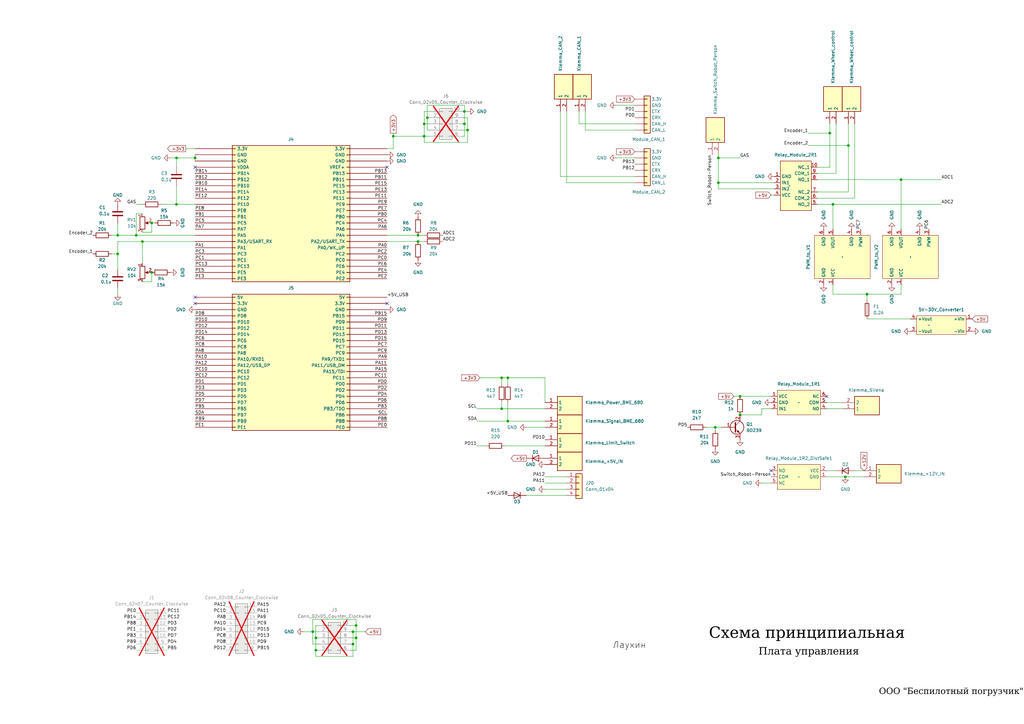
<source format=kicad_sch>
(kicad_sch (version 20250114) (generator "eeschema") (generator_version "9.0")
  (paper "A3")
  (rectangle (start 220.98 161.29) (end 220.98 161.29))
  (text "ООО \"Беспилотный погрузчик\"" (at 390.144 284.48 0) (effects (font (size 2.54 2.54))))
  (text "Плата управления" (at 331.724 268.224 0) (effects (font (size 3 3))))
  (text "Схема принципиальная" (at 330.962 261.112 0) (effects (font (size 4.572 4.572))))
  (text "Лаухин" (at 251.206 266.192 0) (effects (font (size 2.54 2.54)) (justify left bottom)))
  (junction (at 190.5 50.8))
  (junction (at 369.57 73.66))
  (junction (at 48.26 104.14))
  (junction (at 173.99 50.8))
  (junction (at 341.63 83.82))
  (junction (at 347.98 59.69))
  (junction (at 208.28 154.94))
  (junction (at 146.05 261.62))
  (junction (at 128.27 259.08))
  (junction (at 58.42 99.06))
  (junction (at 208.28 172.72))
  (junction (at 129.54 261.62))
  (junction (at 144.78 259.08))
  (junction (at 205.74 167.64))
  (junction (at 55.88 96.52))
  (junction (at 48.26 96.52))
  (junction (at 161.29 55.88))
  (junction (at 191.77 53.34))
  (junction (at 129.54 266.7))
  (junction (at 146.05 256.54))
  (junction (at 144.78 264.16))
  (junction (at 171.45 96.52))
  (junction (at 294.64 74.93))
  (junction (at 355.6 120.65))
  (junction (at 205.74 154.94))
  (junction (at 72.39 83.82))
  (junction (at 294.64 64.77))
  (junction (at 340.36 54.61))
  (junction (at 346.71 195.58))
  (junction (at 303.53 170.18))
  (junction (at 72.39 64.77))
  (junction (at 173.99 55.88))
  (junction (at 293.37 175.26))
  (junction (at 62.23 91.44))
  (junction (at 62.23 111.76))
  (junction (at 171.45 99.06))
  (junction (at 190.5 45.72))
  (junction (at 175.26 48.26))
  (junction (at 80.01 64.77))
  (junction (at 303.53 162.56))
  (no_connect (at 80.01 68.58))
  (no_connect (at 316.23 193.04))
  (no_connect (at 158.75 68.58))
  (no_connect (at 80.01 124.46))
  (no_connect (at 158.75 124.46))
  (no_connect (at 80.01 121.92))
  (no_connect (at 339.09 162.56))
  (wire (pts (xy 215.9 203.2) (xy 232.41 203.2)))
  (wire (pts (xy 347.98 78.74) (xy 335.28 78.74)))
  (wire (pts (xy 128.27 254) (xy 146.05 254)))
  (wire (pts (xy 48.26 91.44) (xy 48.26 96.52)))
  (wire (pts (xy 300.99 162.56) (xy 303.53 162.56)))
  (wire (pts (xy 223.52 195.58) (xy 232.41 195.58)))
  (wire (pts (xy 339.09 165.1) (xy 345.44 165.1)))
  (wire (pts (xy 171.45 96.52) (xy 173.99 96.52)))
  (wire (pts (xy 128.27 264.16) (xy 128.27 259.08)))
  (wire (pts (xy 252.73 43.18) (xy 260.35 43.18)))
  (wire (pts (xy 347.98 50.8) (xy 347.98 59.69)))
  (wire (pts (xy 191.77 53.34) (xy 191.77 48.26)))
  (wire (pts (xy 350.52 81.28) (xy 335.28 81.28)))
  (wire (pts (xy 189.23 48.26) (xy 191.77 48.26)))
  (wire (pts (xy 303.53 162.56) (xy 316.23 162.56)))
  (wire (pts (xy 175.26 48.26) (xy 175.26 53.34)))
  (wire (pts (xy 312.42 167.64) (xy 312.42 170.18)))
  (wire (pts (xy 173.99 55.88) (xy 173.99 58.42)))
  (wire (pts (xy 339.09 167.64) (xy 345.44 167.64)))
  (wire (pts (xy 161.29 60.96) (xy 158.75 60.96)))
  (wire (pts (xy 129.54 266.7) (xy 129.54 269.24)))
  (wire (pts (xy 346.71 195.58) (xy 339.09 195.58)))
  (wire (pts (xy 331.47 54.61) (xy 340.36 54.61)))
  (wire (pts (xy 340.36 50.8) (xy 340.36 54.61)))
  (wire (pts (xy 317.5 77.47) (xy 294.64 77.47)))
  (wire (pts (xy 58.42 99.06) (xy 80.01 99.06)))
  (wire (pts (xy 176.53 50.8) (xy 173.99 50.8)))
  (wire (pts (xy 294.64 64.77) (xy 303.53 64.77)))
  (wire (pts (xy 130.81 256.54) (xy 129.54 256.54)))
  (wire (pts (xy 369.57 73.66) (xy 386.08 73.66)))
  (wire (pts (xy 129.54 261.62) (xy 130.81 261.62)))
  (wire (pts (xy 342.9 50.8) (xy 342.9 71.12)))
  (wire (pts (xy 48.26 96.52) (xy 55.88 96.52)))
  (wire (pts (xy 369.57 120.65) (xy 369.57 116.84)))
  (wire (pts (xy 347.98 59.69) (xy 347.98 78.74)))
  (wire (pts (xy 129.54 266.7) (xy 129.54 261.62)))
  (wire (pts (xy 62.23 95.25) (xy 62.23 91.44)))
  (wire (pts (xy 146.05 261.62) (xy 143.51 261.62)))
  (wire (pts (xy 69.85 64.77) (xy 72.39 64.77)))
  (wire (pts (xy 205.74 154.94) (xy 205.74 157.48)))
  (wire (pts (xy 48.26 104.14) (xy 48.26 110.49)))
  (wire (pts (xy 205.74 154.94) (xy 208.28 154.94)))
  (wire (pts (xy 175.26 53.34) (xy 176.53 53.34)))
  (wire (pts (xy 48.26 99.06) (xy 58.42 99.06)))
  (wire (pts (xy 208.28 165.1) (xy 208.28 172.72)))
  (wire (pts (xy 208.28 154.94) (xy 208.28 157.48)))
  (wire (pts (xy 80.01 83.82) (xy 72.39 83.82)))
  (wire (pts (xy 229.87 72.39) (xy 260.35 72.39)))
  (wire (pts (xy 129.54 269.24) (xy 144.78 269.24)))
  (wire (pts (xy 339.09 193.04) (xy 342.9 193.04)))
  (wire (pts (xy 144.78 259.08) (xy 143.51 259.08)))
  (wire (pts (xy 189.23 53.34) (xy 191.77 53.34)))
  (wire (pts (xy 58.42 87.63) (xy 55.88 87.63)))
  (wire (pts (xy 189.23 50.8) (xy 190.5 50.8)))
  (wire (pts (xy 80.01 63.5) (xy 80.01 64.77)))
  (wire (pts (xy 144.78 269.24) (xy 144.78 264.16)))
  (wire (pts (xy 190.5 50.8) (xy 190.5 55.88)))
  (wire (pts (xy 190.5 55.88) (xy 189.23 55.88)))
  (wire (pts (xy 335.28 71.12) (xy 342.9 71.12)))
  (wire (pts (xy 237.49 45.72) (xy 237.49 50.8)))
  (wire (pts (xy 176.53 48.26) (xy 175.26 48.26)))
  (wire (pts (xy 223.52 198.12) (xy 232.41 198.12)))
  (wire (pts (xy 294.64 63.5) (xy 294.64 64.77)))
  (wire (pts (xy 331.47 59.69) (xy 347.98 59.69)))
  (wire (pts (xy 158.75 99.06) (xy 171.45 99.06)))
  (wire (pts (xy 144.78 264.16) (xy 144.78 259.08)))
  (wire (pts (xy 48.26 99.06) (xy 48.26 104.14)))
  (wire (pts (xy 143.51 264.16) (xy 144.78 264.16)))
  (wire (pts (xy 341.63 116.84) (xy 341.63 120.65)))
  (wire (pts (xy 191.77 58.42) (xy 191.77 53.34)))
  (wire (pts (xy 58.42 95.25) (xy 62.23 95.25)))
  (wire (pts (xy 229.87 45.72) (xy 229.87 72.39)))
  (wire (pts (xy 161.29 54.61) (xy 161.29 55.88)))
  (wire (pts (xy 128.27 259.08) (xy 130.81 259.08)))
  (wire (pts (xy 62.23 91.44) (xy 63.5 91.44)))
  (wire (pts (xy 173.99 45.72) (xy 173.99 50.8)))
  (wire (pts (xy 62.23 115.57) (xy 62.23 111.76)))
  (wire (pts (xy 252.73 64.77) (xy 260.35 64.77)))
  (wire (pts (xy 146.05 256.54) (xy 146.05 261.62)))
  (wire (pts (xy 124.46 259.08) (xy 128.27 259.08)))
  (wire (pts (xy 66.04 83.82) (xy 72.39 83.82)))
  (wire (pts (xy 369.57 73.66) (xy 335.28 73.66)))
  (wire (pts (xy 80.01 64.77) (xy 80.01 66.04)))
  (wire (pts (xy 190.5 45.72) (xy 190.5 50.8)))
  (wire (pts (xy 340.36 68.58) (xy 335.28 68.58)))
  (wire (pts (xy 294.64 64.77) (xy 294.64 74.93)))
  (wire (pts (xy 312.42 198.12) (xy 316.23 198.12)))
  (wire (pts (xy 316.23 80.01) (xy 317.5 80.01)))
  (wire (pts (xy 175.26 43.18) (xy 190.5 43.18)))
  (wire (pts (xy 176.53 45.72) (xy 173.99 45.72)))
  (wire (pts (xy 72.39 64.77) (xy 80.01 64.77)))
  (wire (pts (xy 207.01 182.88) (xy 223.52 182.88)))
  (wire (pts (xy 355.6 130.81) (xy 373.38 130.81)))
  (wire (pts (xy 129.54 256.54) (xy 129.54 261.62)))
  (wire (pts (xy 340.36 54.61) (xy 340.36 68.58)))
  (wire (pts (xy 171.45 99.06) (xy 173.99 99.06)))
  (wire (pts (xy 341.63 83.82) (xy 335.28 83.82)))
  (wire (pts (xy 55.88 83.82) (xy 58.42 83.82)))
  (wire (pts (xy 72.39 76.2) (xy 72.39 83.82)))
  (wire (pts (xy 196.85 154.94) (xy 205.74 154.94)))
  (wire (pts (xy 55.88 87.63) (xy 55.88 96.52)))
  (wire (pts (xy 237.49 50.8) (xy 260.35 50.8)))
  (wire (pts (xy 58.42 107.95) (xy 58.42 99.06)))
  (wire (pts (xy 293.37 176.53) (xy 293.37 175.26)))
  (wire (pts (xy 232.41 74.93) (xy 260.35 74.93)))
  (wire (pts (xy 146.05 254) (xy 146.05 256.54)))
  (wire (pts (xy 205.74 167.64) (xy 223.52 167.64)))
  (wire (pts (xy 175.26 48.26) (xy 175.26 43.18)))
  (wire (pts (xy 190.5 45.72) (xy 191.77 45.72)))
  (wire (pts (xy 195.58 172.72) (xy 208.28 172.72)))
  (wire (pts (xy 144.78 259.08) (xy 149.86 259.08)))
  (wire (pts (xy 48.26 118.11) (xy 48.26 120.65)))
  (wire (pts (xy 312.42 167.64) (xy 316.23 167.64)))
  (wire (pts (xy 146.05 266.7) (xy 146.05 261.62)))
  (wire (pts (xy 341.63 83.82) (xy 386.08 83.82)))
  (wire (pts (xy 130.81 264.16) (xy 128.27 264.16)))
  (wire (pts (xy 205.74 165.1) (xy 205.74 167.64)))
  (wire (pts (xy 158.75 96.52) (xy 171.45 96.52)))
  (wire (pts (xy 190.5 43.18) (xy 190.5 45.72)))
  (wire (pts (xy 355.6 120.65) (xy 369.57 120.65)))
  (wire (pts (xy 72.39 64.77) (xy 72.39 68.58)))
  (wire (pts (xy 55.88 96.52) (xy 80.01 96.52)))
  (wire (pts (xy 45.72 104.14) (xy 48.26 104.14)))
  (wire (pts (xy 346.71 195.58) (xy 354.33 195.58)))
  (wire (pts (xy 143.51 256.54) (xy 146.05 256.54)))
  (wire (pts (xy 143.51 266.7) (xy 146.05 266.7)))
  (wire (pts (xy 350.52 50.8) (xy 350.52 81.28)))
  (wire (pts (xy 195.58 182.88) (xy 199.39 182.88)))
  (wire (pts (xy 173.99 55.88) (xy 176.53 55.88)))
  (wire (pts (xy 208.28 172.72) (xy 223.52 172.72)))
  (wire (pts (xy 350.52 193.04) (xy 354.33 193.04)))
  (wire (pts (xy 355.6 120.65) (xy 355.6 123.19)))
  (wire (pts (xy 173.99 50.8) (xy 173.99 55.88)))
  (wire (pts (xy 189.23 45.72) (xy 190.5 45.72)))
  (wire (pts (xy 45.72 96.52) (xy 48.26 96.52)))
  (wire (pts (xy 195.58 167.64) (xy 205.74 167.64)))
  (wire (pts (xy 369.57 93.98) (xy 369.57 73.66)))
  (wire (pts (xy 240.03 45.72) (xy 240.03 53.34)))
  (wire (pts (xy 215.9 175.26) (xy 223.52 175.26)))
  (wire (pts (xy 341.63 120.65) (xy 355.6 120.65)))
  (wire (pts (xy 294.64 74.93) (xy 317.5 74.93)))
  (wire (pts (xy 173.99 58.42) (xy 191.77 58.42)))
  (wire (pts (xy 289.56 175.26) (xy 293.37 175.26)))
  (wire (pts (xy 294.64 74.93) (xy 294.64 77.47)))
  (wire (pts (xy 341.63 93.98) (xy 341.63 83.82)))
  (wire (pts (xy 128.27 259.08) (xy 128.27 254)))
  (wire (pts (xy 240.03 53.34) (xy 260.35 53.34)))
  (wire (pts (xy 76.2 60.96) (xy 80.01 60.96)))
  (wire (pts (xy 129.54 266.7) (xy 130.81 266.7)))
  (wire (pts (xy 293.37 175.26) (xy 295.91 175.26)))
  (wire (pts (xy 303.53 170.18) (xy 312.42 170.18)))
  (wire (pts (xy 161.29 55.88) (xy 161.29 60.96)))
  (wire (pts (xy 232.41 45.72) (xy 232.41 74.93)))
  (wire (pts (xy 161.29 55.88) (xy 173.99 55.88)))
  (wire (pts (xy 208.28 154.94) (xy 223.52 154.94)))
  (wire (pts (xy 58.42 115.57) (xy 62.23 115.57)))
  (wire (pts (xy 223.52 200.66) (xy 232.41 200.66)))
  (wire (pts (xy 223.52 154.94) (xy 223.52 165.1)))
  (label "PD7" (at 80.01 165.1 0))
  (label "PE6" (at 158.75 109.22 180))
  (label "PA8" (at 80.01 144.78 0))
  (label "PA9" (at 158.75 147.32 180))
  (label "PD10" (at 223.52 180.34 180))
  (label "PD3" (at 68.58 256.54 0))
  (label "PD2" (at 68.58 259.08 0))
  (label "PD1" (at 80.01 157.48 0))
  (label "PC9" (at 158.75 144.78 180))
  (label "PD8" (at 80.01 129.54 0))
  (label "PE5" (at 80.01 111.76 0))
  (label "PB12" (at 80.01 73.66 0))
  (label "PD5" (at 80.01 162.56 0))
  (label "+5V_USB" (at 208.28 203.2 180))
  (label "PC5" (at 80.01 91.44 0))
  (label "PA8" (at 92.71 254 180))
  (label "PB10" (at 80.01 76.2 0))
  (label "PA15" (at 158.75 152.4 180))
  (label "PB3" (at 55.88 261.62 180))
  (label "PC8" (at 92.71 261.62 180))
  (label "PC7" (at 158.75 142.24 180))
  (label "ADC2" (at 181.61 99.06 0))
  (label "PD15" (at 158.75 139.7 180))
  (label "PC10" (at 80.01 152.4 0))
  (label "ADC1" (at 181.61 96.52 0))
  (label "PC8" (at 80.01 142.24 0))
  (label "PE1" (at 55.88 259.08 180))
  (label "PB14" (at 55.88 254 180))
  (label "SDA" (at 195.58 172.72 180))
  (label "PD10" (at 80.01 132.08 0))
  (label "PE15" (at 158.75 76.2 180))
  (label "PC11" (at 68.58 251.46 0))
  (label "PB5" (at 80.01 167.64 0))
  (label "PB9" (at 55.88 264.16 180))
  (label "PB8" (at 55.88 256.54 180))
  (label "PA15" (at 105.41 248.92 0))
  (label "PD6" (at 158.75 165.1 180))
  (label "PD7" (at 68.58 261.62 0))
  (label "Encoder_1" (at 38.1 104.14 180))
  (label "PC12" (at 80.01 154.94 0))
  (label "PA9" (at 105.41 254 0))
  (label "PD15" (at 105.41 259.08 0))
  (label "PE12" (at 80.01 81.28 0))
  (label "PD3" (at 80.01 160.02 0))
  (label "ADC1" (at 386.08 73.66 0))
  (label "PB13" (at 158.75 71.12 180))
  (label "Switch_Robot-Person" (at 292.1 63.5 270))
  (label "PA12" (at 223.52 195.58 180))
  (label "PE11" (at 158.75 81.28 180))
  (label "PD0" (at 158.75 157.48 180))
  (label "Encoder_2" (at 38.1 96.52 180))
  (label "PD1" (at 260.35 45.72 180))
  (label "GAS" (at 55.88 83.82 180))
  (label "PE4" (at 158.75 111.76 180))
  (label "PD4" (at 158.75 162.56 180))
  (label "PD11" (at 158.75 134.62 180))
  (label "Encoder_2" (at 331.47 59.69 180))
  (label "PC13" (at 80.01 109.22 0))
  (label "PC6" (at 80.01 139.7 0))
  (label "PE0" (at 55.88 251.46 180))
  (label "PC0" (at 158.75 106.68 180))
  (label "PA10" (at 80.01 147.32 0))
  (label "PB14" (at 80.01 71.12 0))
  (label "PB12" (at 260.35 69.85 180))
  (label "PB1" (at 80.01 88.9 0))
  (label "PD8" (at 92.71 264.16 180))
  (label "PD12" (at 80.01 134.62 0))
  (label "PD0" (at 260.35 48.26 180))
  (label "PC3" (at 80.01 104.14 0))
  (label "PB15" (at 158.75 129.54 180))
  (label "PB0" (at 158.75 88.9 180))
  (label "PB5" (at 68.58 266.7 0))
  (label "PE1" (at 80.01 175.26 0))
  (label "PE2" (at 158.75 114.3 180))
  (label "ADC2" (at 386.08 83.82 0))
  (label "PD13" (at 158.75 137.16 180))
  (label "PD6" (at 55.88 266.7 180))
  (label "PD14" (at 80.01 137.16 0))
  (label "PB11" (at 158.75 73.66 180))
  (label "SCL" (at 195.58 167.64 180))
  (label "PD14" (at 92.71 259.08 180))
  (label "PA1" (at 80.01 101.6 0))
  (label "Switch_Robot-Person" (at 316.23 195.58 180))
  (label "PB8" (at 158.75 172.72 180))
  (label "PC10" (at 92.71 251.46 180))
  (label "PA12" (at 92.71 248.92 180))
  (label "PC11" (at 158.75 154.94 180))
  (label "PC1" (at 80.01 106.68 0))
  (label "PC12" (at 68.58 254 0))
  (label "PA11" (at 158.75 149.86 180))
  (label "PC2" (at 158.75 104.14 180))
  (label "PC7" (at 353.06 93.98 90))
  (label "PC4" (at 158.75 91.44 180))
  (label "PC6" (at 381 93.98 90))
  (label "PB9" (at 80.01 172.72 0))
  (label "PD5" (at 281.94 175.26 180))
  (label "PA11" (at 223.52 198.12 180))
  (label "PA6" (at 158.75 93.98 180))
  (label "PD9" (at 158.75 132.08 180))
  (label "Encoder_1" (at 331.47 54.61 180))
  (label "PA7" (at 80.01 93.98 0))
  (label "PE14" (at 80.01 78.74 0))
  (label "SDA" (at 80.01 170.18 0))
  (label "PB3" (at 158.75 167.64 180))
  (label "PE9" (at 158.75 83.82 180))
  (label "+5V_USB" (at 158.75 121.92 0))
  (label "PA10" (at 92.71 256.54 180))
  (label "PA0" (at 158.75 101.6 180))
  (label "PE0" (at 158.75 175.26 180))
  (label "PE8" (at 80.01 86.36 0))
  (label "PE7" (at 158.75 86.36 180))
  (label "PD9" (at 105.41 264.16 0))
  (label "PC9" (at 105.41 256.54 0))
  (label "PD13" (at 105.41 261.62 0))
  (label "PD4" (at 68.58 264.16 0))
  (label "PB15" (at 105.41 266.7 0))
  (label "PD11" (at 195.58 182.88 180))
  (label "PE3" (at 80.01 114.3 0))
  (label "PE13" (at 158.75 78.74 180))
  (label "PB13" (at 260.35 67.31 180))
  (label "GAS" (at 303.53 64.77 0))
  (label "PD12" (at 92.71 266.7 180))
  (label "SCL" (at 158.75 170.18 180))
  (label "PA12" (at 80.01 149.86 0))
  (label "PA11" (at 105.41 251.46 0))
  (label "PD2" (at 158.75 160.02 180))
  (global_label "+5V" (shape output) (at 215.9 187.96 180) (property "Intersheetrefs" "${INTERSHEET_REFS}" (effects (hide yes))))
  (global_label "+3V3" (shape input) (at 260.35 62.23 180) (property "Intersheetrefs" "${INTERSHEET_REFS}" (effects (hide yes))))
  (global_label "+5V" (shape input) (at 316.23 80.01 180) (property "Intersheetrefs" "${INTERSHEET_REFS}" (effects (hide yes))))
  (global_label "+5V" (shape input) (at 398.78 130.81 0) (property "Intersheetrefs" "${INTERSHEET_REFS}" (effects (hide yes))))
  (global_label "+3V3" (shape input) (at 196.85 154.94 180) (property "Intersheetrefs" "${INTERSHEET_REFS}" (effects (hide yes))))
  (global_label "+5V" (shape input) (at 149.86 259.08 0) (property "Intersheetrefs" "${INTERSHEET_REFS}" (effects (hide yes))))
  (global_label "+3V3" (shape input) (at 260.35 40.64 180) (property "Intersheetrefs" "${INTERSHEET_REFS}" (effects (hide yes))))
  (global_label "+3V3" (shape output) (at 76.2 60.96 180) (property "Intersheetrefs" "${INTERSHEET_REFS}" (effects (hide yes))))
  (global_label "+5V" (shape input) (at 300.99 162.56 180) (property "Intersheetrefs" "${INTERSHEET_REFS}" (effects (hide yes))))
  (global_label "+12V" (shape input) (at 354.33 193.04 90) (property "Intersheetrefs" "${INTERSHEET_REFS}" (effects (hide yes))))
  (global_label "+3V3" (shape output) (at 161.29 54.61 90) (property "Intersheetrefs" "${INTERSHEET_REFS}" (effects (hide yes))))
  (symbol (lib_id "KF301-2P:KF301-2P") (at 223.52 165.1 0) (unit 1)
    (property "Reference" "J7" (effects (hide yes)))
    (property "Value" "Klemma_Power_BME_680" (at 240.03 165.1 0) (effects (justify left)))
    (property "Footprint" "MyFootprints:KF3012P" (effects (hide yes)))
    (property "Datasheet" "http://www.handsontec.com/dataspecs/terminal%20block-5mm.pdf" (effects (hide yes)))
    (property "Height" "10" (effects (hide yes)))
    (property "Manufacturer_Name" "Handson Technology" (effects (hide yes)))
    (property "Manufacturer_Part_Number" "KF301-2P" (effects (hide yes)))
  )
  (symbol (lib_id "Connector_Generic:Conn_01x04") (at 237.49 198.12 0) (unit 1)
    (property "Reference" "J20" (at 240.03 198.1199 0) (effects (justify left)))
    (property "Value" "Conn_01x04" (at 240.03 200.6599 0) (effects (justify left)))
    (property "Footprint" "Connector_JST:JST_XH_B4B-XH-A_1x04_P2.50mm_Vertical" (effects (hide yes)))
    (property "Description" "Generic connector, single row, 01x04, script generated (kicad-library-utils/schlib/autogen/connector/)" (effects (hide yes)))
  )
  (symbol (lib_id "KF301-2P:KF301-2P") (at 345.44 167.64 0) (mirror x) (unit 1)
    (property "Reference" "J17" (effects (hide yes)))
    (property "Value" "Klemma_Sirena" (at 347.98 160.02 0) (effects (justify left)))
    (property "Footprint" "MyFootprints:KF3012P" (effects (hide yes)))
    (property "Datasheet" "http://www.handsontec.com/dataspecs/terminal%20block-5mm.pdf" (effects (hide yes)))
    (property "Height" "10" (effects (hide yes)))
    (property "Manufacturer_Name" "Handson Technology" (effects (hide yes)))
    (property "Manufacturer_Part_Number" "KF301-2P" (effects (hide yes)))
  )
  (symbol (lib_id "Device:R") (at 177.8 96.52 90) (unit 1)
    (property "Reference" "R8" (at 177.8 91.44 90))
    (property "Value" "20k" (at 177.8 93.98 90))
    (property "Footprint" "Resistor_THT:R_Axial_DIN0207_L6.3mm_D2.5mm_P7.62mm_Horizontal" (effects (hide yes)))
    (property "Manufacturer_Part_Number" "MF-25 (С2-23) 0.25 Вт, 20 кОм, 1%" (effects (hide yes)))
  )
  (symbol (lib_id "power:GND") (at 223.52 190.5 270) (unit 1)
    (property "Reference" "#PWR015" (effects (hide yes)))
    (property "Value" "GND" (at 219.71 190.4999 90) (effects (justify right)))
  )
  (symbol (lib_id "Connector_Generic:WCMCU-230") (at 265.43 67.31 0) (unit 1)
    (property "Reference" "J14" (effects (hide yes)))
    (property "Value" "Module_CAN_2" (at 259.2324 78.74 0) (effects (justify left)))
    (property "Footprint" "MyFootprints:WCMCU-230" (effects (hide yes)))
    (property "Manufacturer_Part_Number" "PBD-12 (DS-1023 - 2x6)" (effects (hide yes)))
  )
  (symbol (lib_id "power:GND") (at 171.45 88.9 180) (unit 1)
    (property "Reference" "#PWR011" (effects (hide yes)))
    (property "Value" "GND" (at 171.45 83.82 0))
  )
  (symbol (lib_id "power:GND") (at 158.75 66.04 90) (unit 1)
    (property "Reference" "#PWR09" (effects (hide yes)))
    (property "Value" "GND" (at 162.56 66.04 90) (effects (justify right)))
  )
  (symbol (lib_id "Device:C") (at 48.26 87.63 0) (unit 1)
    (property "Reference" "C1" (at 40.64 85.09 0) (effects (justify left)))
    (property "Value" "0.1u" (at 40.64 87.63 0) (effects (justify left)))
    (property "Footprint" "Capacitor_THT:C_Axial_L3.8mm_D2.6mm_P10.00mm_Horizontal" (effects (hide yes)))
    (property "Manufacturer_Part_Number" "К10-17Б 0.1 мкФ X7R,10%, 1206, JYM1H104KBX020000B" (effects (hide yes)))
  )
  (symbol (lib_id "KF301-2P:KF301-2P") (at 340.36 50.8 90) (unit 1)
    (property "Reference" "J16" (effects (hide yes)))
    (property "Value" "Klemma_Wheel_control" (at 341.63 34.29 0) (effects (justify left)))
    (property "Footprint" "MyFootprints:KF3012P" (effects (hide yes)))
    (property "Datasheet" "http://www.handsontec.com/dataspecs/terminal%20block-5mm.pdf" (effects (hide yes)))
    (property "Height" "10" (effects (hide yes)))
    (property "Manufacturer_Name" "Handson Technology" (effects (hide yes)))
    (property "Manufacturer_Part_Number" "KF301-2P" (effects (hide yes)))
  )
  (symbol (lib_id "Device:R_Potentiometer") (at 58.42 111.76 0) (unit 1)
    (property "Reference" "RV2" (at 55.88 110.49 0) (effects (justify right)))
    (property "Value" "10k" (at 55.88 113.03 0) (effects (justify right)))
    (property "Footprint" "MyFootprints:VSE_Potentiometers_W103_3296" (effects (hide yes)))
    (property "Manufacturer_Part_Number" "3296W-1-103LF (СП5-2ВБ), 10 кОм" (effects (hide yes)))
  )
  (symbol (lib_id "Device:R") (at 41.91 104.14 90) (unit 1)
    (property "Reference" "R2" (at 41.91 106.68 90))
    (property "Value" "20k" (at 41.91 109.22 90))
    (property "Footprint" "Resistor_THT:R_Axial_DIN0207_L6.3mm_D2.5mm_P7.62mm_Horizontal" (effects (hide yes)))
    (property "Manufacturer_Part_Number" "MF-25 (С2-23) 0.25 Вт, 20 кОм, 1%" (effects (hide yes)))
  )
  (symbol (lib_id "power:GND") (at 365.76 116.84 0) (unit 1)
    (property "Reference" "#PWR028" (effects (hide yes)))
    (property "Value" "GND" (at 365.76 120.65 90) (effects (justify right)))
  )
  (symbol (lib_name "Relay_Module_1R_2") (lib_id "Relay:Relay_Module_1R") (at 327.66 195.58 0) (mirror y) (unit 1)
    (property "Reference" "Relay_Module_1R2_DistSafe1" (at 327.66 187.96 0))
    (property "Value" "~" (at 327.66 195.58 0))
    (property "Footprint" "MyFootprints:Distance_Relay_Module" (effects (hide yes)))
    (property "Manufacturer_Part_Number" "PBS-3 (DS-1023 - 1x3) + PBS-9 (DS1023-1X9S21)" (effects (hide yes)))
  )
  (symbol (lib_id "Device:R") (at 203.2 182.88 90) (unit 1)
    (property "Reference" "R15" (at 203.2 176.53 90))
    (property "Value" "220" (at 203.2 179.07 90))
    (property "Footprint" "Resistor_THT:R_Axial_DIN0207_L6.3mm_D2.5mm_P7.62mm_Horizontal" (effects (hide yes)))
    (property "Description" "Resistor" (effects (hide yes)))
  )
  (symbol (lib_id "Device:R") (at 171.45 102.87 0) (unit 1)
    (property "Reference" "R7" (at 165.1 101.6 0) (effects (justify left)))
    (property "Value" "20k" (at 165.1 104.14 0) (effects (justify left)))
    (property "Footprint" "Resistor_THT:R_Axial_DIN0207_L6.3mm_D2.5mm_P7.62mm_Horizontal" (effects (hide yes)))
    (property "Manufacturer_Part_Number" "MF-25 (С2-23) 0.25 Вт, 20 кОм, 1%" (effects (hide yes)))
  )
  (symbol (lib_id "Device:R") (at 285.75 175.26 90) (unit 1)
    (property "Reference" "R10" (at 285.75 168.91 90))
    (property "Value" "2k7" (at 285.75 171.45 90))
    (property "Footprint" "Resistor_THT:R_Axial_DIN0207_L6.3mm_D2.5mm_P7.62mm_Horizontal" (effects (hide yes)))
    (property "Manufacturer_Part_Number" "MF-25 (С2-23) 0.25 Вт, 2.7 кОм, 1%" (effects (hide yes)))
  )
  (symbol (lib_id "power:GND") (at 48.26 120.65 0) (unit 1)
    (property "Reference" "#PWR02" (effects (hide yes)))
    (property "Value" "GND" (at 48.26 124.46 0))
  )
  (symbol (lib_id "Device:R") (at 303.53 166.37 0) (mirror y) (unit 1)
    (property "Reference" "R12" (at 300.99 165.1 0) (effects (justify left)))
    (property "Value" "1k" (at 300.99 167.64 0) (effects (justify left)))
    (property "Footprint" "Resistor_THT:R_Axial_DIN0207_L6.3mm_D2.5mm_P7.62mm_Horizontal" (effects (hide yes)))
    (property "Manufacturer_Part_Number" "MF-25 (С2-23) 0.25 Вт, 1 кОм, 1%" (effects (hide yes)))
  )
  (symbol (lib_id "Relay:Relay_Module_1R") (at 327.66 165.1 0) (unit 1)
    (property "Reference" "Relay_Module_1R1" (at 327.66 157.48 0))
    (property "Value" "~" (at 327.66 165.1 0))
    (property "Footprint" "MyFootprints:Relay_Module_1R" (effects (hide yes)))
    (property "Manufacturer_Part_Number" "PBS-5 (DS-1023 - 1x5) + PBS-3 (DS-1023 - 1x3)" (effects (hide yes)))
  )
  (symbol (lib_id "power:GND") (at 171.45 106.68 0) (unit 1)
    (property "Reference" "#PWR012" (effects (hide yes)))
    (property "Value" "GND" (at 171.45 111.76 0))
  )
  (symbol (lib_id "power:GND") (at 124.46 259.08 270) (unit 1)
    (property "Reference" "#PWR07" (effects (hide yes)))
    (property "Value" "GND" (at 120.65 259.08 90) (effects (justify right)))
  )
  (symbol (lib_id "KF301-2P:KF301-2P") (at 237.49 45.72 90) (unit 1)
    (property "Reference" "J12" (effects (hide yes)))
    (property "Value" "Klemma_CAN_1" (at 237.49 29.21 0) (effects (justify left)))
    (property "Footprint" "MyFootprints:KF3012P" (effects (hide yes)))
    (property "Datasheet" "http://www.handsontec.com/dataspecs/terminal%20block-5mm.pdf" (effects (hide yes)))
    (property "Height" "10" (effects (hide yes)))
    (property "Manufacturer_Name" "Handson Technology" (effects (hide yes)))
    (property "Manufacturer_Part_Number" "KF301-2P" (effects (hide yes)))
  )
  (symbol (lib_id "power:GND") (at 71.12 91.44 90) (unit 1)
    (property "Reference" "#PWR05" (effects (hide yes)))
    (property "Value" "GND" (at 74.93 91.44 0))
  )
  (symbol (lib_id "power:GND") (at 252.73 43.18 270) (unit 1)
    (property "Reference" "#PWR016" (effects (hide yes)))
    (property "Value" "GND" (at 248.92 43.18 90) (effects (justify right)))
  )
  (symbol (lib_id "power:GND") (at 312.42 198.12 270) (unit 1)
    (property "Reference" "#PWR020" (effects (hide yes)))
    (property "Value" "GND" (at 308.61 198.12 90) (effects (justify right)))
  )
  (symbol (lib_id "KF301-2P:KF301-2P") (at 354.33 193.04 0) (unit 1)
    (property "Reference" "J19" (effects (hide yes)))
    (property "Value" "Klemma_+12V_IN" (at 370.84 194.31 0) (effects (justify left)))
    (property "Footprint" "MyFootprints:KF3012P" (effects (hide yes)))
    (property "Datasheet" "http://www.handsontec.com/dataspecs/terminal%20block-5mm.pdf" (effects (hide yes)))
    (property "Height" "10" (effects (hide yes)))
    (property "Manufacturer_Name" "Handson Technology" (effects (hide yes)))
    (property "Manufacturer_Part_Number" "KF301-2P" (effects (hide yes)))
  )
  (symbol (lib_id "Device:R") (at 293.37 180.34 0) (mirror x) (unit 1)
    (property "Reference" "R11" (at 290.83 179.07 0) (effects (justify right)))
    (property "Value" "20k" (at 290.83 181.61 0) (effects (justify right)))
    (property "Footprint" "Resistor_THT:R_Axial_DIN0207_L6.3mm_D2.5mm_P7.62mm_Horizontal" (effects (hide yes)))
    (property "Manufacturer_Part_Number" "MF-25 (С2-23) 0.25 Вт, 20 кОм, 1%" (effects (hide yes)))
  )
  (symbol (lib_name "PWM_to_V_1") (lib_id "MySymbolLib:PWM_to_V") (at 345.44 105.41 90) (unit 1)
    (property "Reference" "PWM_to_V1" (at 331.47 105.41 0))
    (property "Value" "~" (at 345.44 105.41 0))
    (property "Footprint" "MyFootprints:PWMtoV" (effects (hide yes)))
    (property "Manufacturer_Part_Number" "PBS-3 (DS-1023 - 1x3)" (effects (hide yes)))
  )
  (symbol (lib_id "Device:D") (at 219.71 187.96 0) (unit 1)
    (property "Reference" "D1" (at 219.71 185.42 0))
    (property "Value" "D" (effects (hide yes)))
    (property "Footprint" "Diode_THT:D_A-405_P7.62mm_Horizontal" (effects (hide yes)))
    (property "Sim.Device" "D" (effects (hide yes)))
    (property "Sim.Pins" "1=K 2=A" (effects (hide yes)))
    (property "Manufacturer_Part_Number" "1N4002" (effects (hide yes)))
  )
  (symbol (lib_id "KF301-2P:KF301-2P") (at 347.98 50.8 90) (unit 1)
    (property "Reference" "J18" (effects (hide yes)))
    (property "Value" "Klemma_Wheel_control" (at 349.25 34.29 0) (effects (justify left)))
    (property "Footprint" "MyFootprints:KF3012P" (effects (hide yes)))
    (property "Datasheet" "http://www.handsontec.com/dataspecs/terminal%20block-5mm.pdf" (effects (hide yes)))
    (property "Height" "10" (effects (hide yes)))
    (property "Manufacturer_Name" "Handson Technology" (effects (hide yes)))
    (property "Manufacturer_Part_Number" "KF301-2P" (effects (hide yes)))
  )
  (symbol (lib_id "power:GND") (at 398.78 135.89 90) (unit 1)
    (property "Reference" "#PWR031" (effects (hide yes)))
    (property "Value" "GND" (at 402.59 135.89 90) (effects (justify right)))
  )
  (symbol (lib_id "power:GND") (at 252.73 64.77 270) (unit 1)
    (property "Reference" "#PWR017" (effects (hide yes)))
    (property "Value" "GND" (at 248.92 64.77 90) (effects (justify right)))
  )
  (symbol (lib_id "power:GND") (at 373.38 135.89 270) (unit 1)
    (property "Reference" "#PWR029" (effects (hide yes)))
    (property "Value" "GND" (at 369.57 135.89 90) (effects (justify right)))
  )
  (symbol (lib_id "Device:R") (at 205.74 161.29 180) (unit 1)
    (property "Reference" "R13" (at 203.2 160.02 0) (effects (justify left)))
    (property "Value" "4k7" (at 203.2 162.56 0) (effects (justify left)))
    (property "Footprint" "Resistor_THT:R_Axial_DIN0207_L6.3mm_D2.5mm_P7.62mm_Horizontal" (effects (hide yes)))
    (property "Manufacturer_Part_Number" "MF-25 (С2-23) 0.25 Вт, 4.7 кОм, 1%" (effects (hide yes)))
  )
  (symbol (lib_id "MySymbolLib:5V_to_30V_Converter") (at 386.08 133.35 0) (mirror y) (unit 1)
    (property "Reference" "5V-30V_Converter1" (at 386.08 127 0))
    (property "Value" "~" (at 381 133.35 0))
    (property "Footprint" "MyFootprints:5V-30V_Converter" (effects (hide yes)))
    (property "Manufacturer_Part_Number" "PBS-8 (DS-1023 -1x 8)" (effects (hide yes)))
  )
  (symbol (lib_id "Device:R") (at 177.8 99.06 90) (unit 1)
    (property "Reference" "R9" (at 177.8 101.6 90))
    (property "Value" "20k" (at 177.8 104.14 90))
    (property "Footprint" "Resistor_THT:R_Axial_DIN0207_L6.3mm_D2.5mm_P7.62mm_Horizontal" (effects (hide yes)))
    (property "Manufacturer_Part_Number" "MF-25 (С2-23) 0.25 Вт, 20 кОм, 1%" (effects (hide yes)))
  )
  (symbol (lib_id "Device:D") (at 346.71 193.04 0) (unit 1)
    (property "Reference" "D2" (at 346.71 190.5 0))
    (property "Value" "D" (effects (hide yes)))
    (property "Footprint" "Diode_THT:D_A-405_P7.62mm_Horizontal" (effects (hide yes)))
    (property "Sim.Device" "D" (effects (hide yes)))
    (property "Sim.Pins" "1=K 2=A" (effects (hide yes)))
    (property "Manufacturer_Part_Number" "1N4002" (effects (hide yes)))
  )
  (symbol (lib_id "Relay:Relay_Module_2R") (at 326.39 76.2 0) (unit 1)
    (property "Reference" "Relay_Module_2R1" (at 326.39 63.5 0))
    (property "Value" "~" (at 323.85 76.2 0))
    (property "Footprint" "MyFootprints:Relay_Module_2R" (effects (hide yes)))
    (property "Manufacturer_Part_Number" "PBS-4 (DS-1023 - 1x4) + PBS-11 (DS1023-1X11S21)" (effects (hide yes)))
  )
  (symbol (lib_id "power:GND") (at 349.25 93.98 180) (unit 1)
    (property "Reference" "#PWR026" (effects (hide yes)))
    (property "Value" "GND" (at 349.25 90.17 90) (effects (justify right)))
  )
  (symbol (lib_id "Device:C") (at 72.39 72.39 0) (unit 1)
    (property "Reference" "C3" (at 66.04 71.12 0) (effects (justify left)))
    (property "Value" "0.1u" (at 66.04 73.66 0) (effects (justify left)))
    (property "Footprint" "Capacitor_THT:C_Axial_L3.8mm_D2.6mm_P10.00mm_Horizontal" (effects (hide yes)))
    (property "Manufacturer_Part_Number" "К10-17Б 0.1 мкФ X7R,10%, 1206, JYM1H104KBX020000B" (effects (hide yes)))
  )
  (symbol (lib_id "power:GND") (at 293.37 184.15 0) (unit 1)
    (property "Reference" "#PWR018" (effects (hide yes)))
    (property "Value" "GND" (at 293.37 189.23 0))
  )
  (symbol (lib_id "power:GND") (at 158.75 127 90) (unit 1)
    (property "Reference" "#PWR010" (effects (hide yes)))
    (property "Value" "GND" (at 162.56 127 90) (effects (justify right)))
  )
  (symbol (lib_id "Connector_Generic:Conn_02x07_Counter_Clockwise") (at 60.96 259.08 0) (unit 1) (dnp yes)
    (property "Reference" "J1" (at 62.23 245.11 0))
    (property "Value" "Conn_02x07_Counter_Clockwise" (at 62.23 247.65 0))
    (property "Footprint" "Connector_PinHeader_2.54mm:PinHeader_2x07_P2.54mm_Vertical" (effects (hide yes)))
  )
  (symbol (lib_id "KF301-2P:KF301-2P") (at 229.87 45.72 90) (unit 1)
    (property "Reference" "J11" (effects (hide yes)))
    (property "Value" "Klemma_CAN_2" (at 229.87 29.21 0) (effects (justify left)))
    (property "Footprint" "MyFootprints:KF3012P" (effects (hide yes)))
    (property "Datasheet" "http://www.handsontec.com/dataspecs/terminal%20block-5mm.pdf" (effects (hide yes)))
    (property "Height" "10" (effects (hide yes)))
    (property "Manufacturer_Name" "Handson Technology" (effects (hide yes)))
    (property "Manufacturer_Part_Number" "KF301-2P" (effects (hide yes)))
  )
  (symbol (lib_id "Connector_Generic:Conn_02x08_Counter_Clockwise") (at 97.79 256.54 0) (unit 1) (dnp yes)
    (property "Reference" "J2" (at 99.06 242.57 0))
    (property "Value" "Conn_02x08_Counter_Clockwise" (at 99.06 245.11 0))
    (property "Footprint" "Connector_PinHeader_2.54mm:PinHeader_2x08_P2.54mm_Vertical" (effects (hide yes)))
  )
  (symbol (lib_id "Connector_Generic:STM32F407VET6_J2") (at 139.7 147.32 0) (unit 1)
    (property "Reference" "J5" (at 119.38 118.11 0))
    (property "Value" "Conn_02x22_Odd_Even" (effects (hide yes)))
    (property "Footprint" "Connector_PinSocket_2.54mm:PinSocket_2x22_P2.54mm_Vertical" (effects (hide yes)))
    (property "Manufacturer_Part_Number" "PBD-44 (DS1023-2x22S21)" (effects (hide yes)))
  )
  (symbol (lib_id "power:GND") (at 337.82 116.84 0) (unit 1)
    (property "Reference" "#PWR024" (effects (hide yes)))
    (property "Value" "GND" (at 337.82 120.65 90) (effects (justify right)))
  )
  (symbol (lib_id "Device:Q_NPN_BCE") (at 300.99 175.26 0) (unit 1)
    (property "Reference" "Q1" (at 306.07 173.99 0) (effects (justify left)))
    (property "Value" "BD239" (at 306.07 176.53 0) (effects (justify left)))
    (property "Footprint" "MyFootprints:Q_Transistor_footprint_NPN_PNP" (effects (hide yes)))
    (property "Manufacturer_Part_Number" "BD239BTU" (effects (hide yes)))
  )
  (symbol (lib_id "power:GND") (at 316.23 165.1 270) (unit 1)
    (property "Reference" "#PWR021" (effects (hide yes)))
    (property "Value" "GND" (at 312.42 165.1 90) (effects (justify right)))
  )
  (symbol (lib_id "Connector_Generic:Conn_02x05_Counter_Clockwise") (at 181.61 50.8 0) (unit 1) (dnp yes)
    (property "Reference" "J6" (at 182.88 39.37 0))
    (property "Value" "Conn_02x05_Counter_Clockwise" (at 182.88 41.91 0))
    (property "Footprint" "Connector_PinHeader_2.54mm:PinHeader_2x05_P2.54mm_Vertical" (effects (hide yes)))
  )
  (symbol (lib_id "Device:Fuse") (at 355.6 127 0) (unit 1)
    (property "Reference" "F1" (at 358.14 125.73 0) (effects (justify left)))
    (property "Value" "0.2A" (at 358.14 128.27 0) (effects (justify left)))
    (property "Footprint" "MyFootprints:FuseHolder_5x20mm" (effects (hide yes)))
    (property "Manufacturer_Part_Number" "2672 пред держ 5x20\\закр\\2P\\\\\\" (effects (hide yes)))
  )
  (symbol (lib_id "Device:R_Potentiometer") (at 58.42 91.44 0) (unit 1)
    (property "Reference" "RV1" (at 55.88 90.17 0) (effects (justify right)))
    (property "Value" "10k" (at 55.88 92.71 0) (effects (justify right)))
    (property "Footprint" "MyFootprints:VSE_Potentiometers_W103_3296" (effects (hide yes)))
    (property "Manufacturer_Part_Number" "3296W-1-103LF (СП5-2ВБ), 10 кОм" (effects (hide yes)))
  )
  (symbol (lib_id "Device:R") (at 67.31 91.44 270) (unit 1)
    (property "Reference" "R5" (at 67.31 86.36 90))
    (property "Value" "15k" (at 67.31 88.9 90))
    (property "Footprint" "Resistor_THT:R_Axial_DIN0207_L6.3mm_D2.5mm_P7.62mm_Horizontal" (effects (hide yes)))
    (property "Manufacturer_Part_Number" "MF-25 (С2-23) 0.25 Вт, 15 кОм, 1%" (effects (hide yes)))
  )
  (symbol (lib_id "Connector_Generic:Conn_02x05_Counter_Clockwise") (at 135.89 261.62 0) (unit 1) (dnp yes)
    (property "Reference" "J3" (at 137.16 250.19 0))
    (property "Value" "Conn_02x05_Counter_Clockwise" (at 137.16 252.73 0))
    (property "Footprint" "Connector_PinHeader_2.54mm:PinHeader_2x05_P2.54mm_Vertical" (effects (hide yes)))
  )
  (symbol (lib_id "power:GND") (at 69.85 64.77 270) (unit 1)
    (property "Reference" "#PWR03" (effects (hide yes)))
    (property "Value" "GND" (at 66.04 64.77 90) (effects (justify right)))
  )
  (symbol (lib_id "Device:C") (at 48.26 114.3 180) (unit 1)
    (property "Reference" "C2" (at 44.45 113.03 0) (effects (justify left)))
    (property "Value" "0.1u" (at 45.72 115.57 0) (effects (justify left)))
    (property "Footprint" "Capacitor_THT:C_Axial_L3.8mm_D2.6mm_P10.00mm_Horizontal" (effects (hide yes)))
    (property "Manufacturer_Part_Number" "К10-17Б 0.1 мкФ X7R,10%, 1206, JYM1H104KBX020000B" (effects (hide yes)))
  )
  (symbol (lib_id "power:GND") (at 158.75 63.5 90) (unit 1)
    (property "Reference" "#PWR08" (effects (hide yes)))
    (property "Value" "GND" (at 162.56 63.5 90) (effects (justify right)))
  )
  (symbol (lib_id "KF301-2P:KF301-2P") (at 223.52 180.34 0) (unit 1)
    (property "Reference" "J9" (effects (hide yes)))
    (property "Value" "Klemma_Limit_Switch" (at 240.03 181.61 0) (effects (justify left)))
    (property "Footprint" "MyFootprints:KF3012P" (effects (hide yes)))
    (property "Datasheet" "http://www.handsontec.com/dataspecs/terminal%20block-5mm.pdf" (effects (hide yes)))
    (property "Height" "10" (effects (hide yes)))
    (property "Manufacturer_Name" "Handson Technology" (effects (hide yes)))
    (property "Manufacturer_Part_Number" "KF301-2P" (effects (hide yes)))
  )
  (symbol (lib_id "power:GND") (at 346.71 195.58 0) (mirror y) (unit 1)
    (property "Reference" "#PWR025" (effects (hide yes)))
    (property "Value" "GND" (at 346.71 200.66 0))
  )
  (symbol (lib_id "power:GND") (at 303.53 180.34 0) (unit 1)
    (property "Reference" "#PWR019" (effects (hide yes)))
    (property "Value" "GND" (at 303.53 185.42 0))
  )
  (symbol (lib_id "Device:R") (at 41.91 96.52 90) (unit 1)
    (property "Reference" "R1" (at 41.91 91.44 90))
    (property "Value" "20k" (at 41.91 93.98 90))
    (property "Footprint" "Resistor_THT:R_Axial_DIN0207_L6.3mm_D2.5mm_P7.62mm_Horizontal" (effects (hide yes)))
    (property "Manufacturer_Part_Number" "MF-25 (С2-23) 0.25 Вт, 20 кОм, 1%" (effects (hide yes)))
  )
  (symbol (lib_id "power:GND") (at 69.85 111.76 90) (unit 1)
    (property "Reference" "#PWR04" (effects (hide yes)))
    (property "Value" "GND" (at 74.93 111.76 0))
  )
  (symbol (lib_id "Connector_Generic:WCMCU-230") (at 265.43 45.72 0) (unit 1)
    (property "Reference" "J13" (effects (hide yes)))
    (property "Value" "Module_CAN_1" (at 259.2324 57.15 0) (effects (justify left)))
    (property "Footprint" "MyFootprints:WCMCU-230" (effects (hide yes)))
    (property "Manufacturer_Part_Number" "PBD-12 (DS-1023 - 2x6)" (effects (hide yes)))
  )
  (symbol (lib_id "power:GND") (at 377.19 93.98 180) (unit 1)
    (property "Reference" "#PWR030" (effects (hide yes)))
    (property "Value" "GND" (at 377.19 90.17 90) (effects (justify right)))
  )
  (symbol (lib_id "power:GND") (at 215.9 175.26 270) (unit 1)
    (property "Reference" "#PWR014" (effects (hide yes)))
    (property "Value" "GND" (at 212.09 175.26 90) (effects (justify right)))
  )
  (symbol (lib_id "Device:R") (at 208.28 161.29 0) (unit 1)
    (property "Reference" "R14" (at 210.82 160.02 0) (effects (justify left)))
    (property "Value" "4k7" (at 210.82 162.56 0) (effects (justify left)))
    (property "Footprint" "Resistor_THT:R_Axial_DIN0207_L6.3mm_D2.5mm_P7.62mm_Horizontal" (effects (hide yes)))
    (property "Manufacturer_Part_Number" "MF-25 (С2-23) 0.25 Вт, 4.7 кОм, 1%" (effects (hide yes)))
  )
  (symbol (lib_id "Device:D") (at 212.09 203.2 180) (unit 1)
    (property "Reference" "D3" (at 212.09 205.74 0))
    (property "Value" "D" (effects (hide yes)))
    (property "Footprint" "Diode_THT:D_A-405_P7.62mm_Horizontal" (effects (hide yes)))
    (property "Sim.Device" "D" (effects (hide yes)))
    (property "Sim.Pins" "1=K 2=A" (effects (hide yes)))
    (property "Manufacturer_Part_Number" "1N4002" (effects (hide yes)))
  )
  (symbol (lib_id "power:GND") (at 337.82 93.98 180) (unit 1)
    (property "Reference" "#PWR023" (effects (hide yes)))
    (property "Value" "GND" (at 337.82 90.17 90) (effects (justify right)))
  )
  (symbol (lib_id "KF301-2P:KF301-2P") (at 223.52 187.96 0) (unit 1)
    (property "Reference" "J10" (effects (hide yes)))
    (property "Value" "Klemma_+5V_IN" (at 240.03 189.23 0) (effects (justify left)))
    (property "Footprint" "MyFootprints:KF3012P" (effects (hide yes)))
    (property "Datasheet" "http://www.handsontec.com/dataspecs/terminal%20block-5mm.pdf" (effects (hide yes)))
    (property "Height" "10" (effects (hide yes)))
    (property "Manufacturer_Name" "Handson Technology" (effects (hide yes)))
    (property "Manufacturer_Part_Number" "KF301-2P" (effects (hide yes)))
  )
  (symbol (lib_id "KF301-2P:KF301-2P") (at 292.1 63.5 90) (unit 1)
    (property "Reference" "J15" (effects (hide yes)))
    (property "Value" "Klemma_Switch_Robot_Person" (at 293.37 46.99 0) (effects (justify left)))
    (property "Footprint" "MyFootprints:KF3012P" (effects (hide yes)))
    (property "Datasheet" "http://www.handsontec.com/dataspecs/terminal%20block-5mm.pdf" (effects (hide yes)))
    (property "Height" "10" (effects (hide yes)))
    (property "Manufacturer_Name" "Handson Technology" (effects (hide yes)))
    (property "Manufacturer_Part_Number" "KF301-2P" (effects (hide yes)))
  )
  (symbol (lib_id "MySymbolLib:PWM_to_V") (at 373.38 105.41 90) (unit 1)
    (property "Reference" "PWM_to_V2" (at 359.41 105.41 0))
    (property "Value" "~" (at 373.38 105.41 0))
    (property "Footprint" "MyFootprints:PWMtoV" (effects (hide yes)))
    (property "Manufacturer_Part_Number" "PBS-3 (DS-1023 - 1x3)" (effects (hide yes)))
  )
  (symbol (lib_id "power:GND") (at 223.52 200.66 270) (unit 1)
    (property "Reference" "#PWR032" (effects (hide yes)))
    (property "Value" "GND" (at 219.71 200.6599 90) (effects (justify right)))
  )
  (symbol (lib_id "power:GND") (at 365.76 93.98 180) (unit 1)
    (property "Reference" "#PWR027" (effects (hide yes)))
    (property "Value" "GND" (at 365.76 90.17 90) (effects (justify right)))
  )
  (symbol (lib_id "Device:R") (at 62.23 83.82 90) (unit 1)
    (property "Reference" "R3" (at 62.23 78.74 90))
    (property "Value" "220" (at 62.23 81.28 90))
    (property "Footprint" "Resistor_THT:R_Axial_DIN0207_L6.3mm_D2.5mm_P7.62mm_Horizontal" (effects (hide yes)))
    (property "Manufacturer_Part_Number" "MF-25 (С2-23) 0.25 Вт, 220 Ом, 1%" (effects (hide yes)))
  )
  (symbol (lib_id "KF301-2P:KF301-2P") (at 223.52 172.72 0) (unit 1)
    (property "Reference" "J8" (effects (hide yes)))
    (property "Value" "Klemma_Signal_BME_680" (at 240.03 172.72 0) (effects (justify left)))
    (property "Footprint" "MyFootprints:KF3012P" (effects (hide yes)))
    (property "Datasheet" "http://www.handsontec.com/dataspecs/terminal%20block-5mm.pdf" (effects (hide yes)))
    (property "Height" "10" (effects (hide yes)))
    (property "Manufacturer_Name" "Handson Technology" (effects (hide yes)))
    (property "Manufacturer_Part_Number" "KF301-2P" (effects (hide yes)))
  )
  (symbol (lib_id "Device:R") (at 171.45 92.71 0) (unit 1)
    (property "Reference" "R6" (at 165.1 91.44 0) (effects (justify left)))
    (property "Value" "20k" (at 165.1 93.98 0) (effects (justify left)))
    (property "Footprint" "Resistor_THT:R_Axial_DIN0207_L6.3mm_D2.5mm_P7.62mm_Horizontal" (effects (hide yes)))
    (property "Manufacturer_Part_Number" "MF-25 (С2-23) 0.25 Вт, 20 кОм, 1%" (effects (hide yes)))
  )
  (symbol (lib_id "Device:R") (at 66.04 111.76 90) (unit 1)
    (property "Reference" "R4" (at 66.04 114.3 90))
    (property "Value" "15k" (at 66.04 116.84 90))
    (property "Footprint" "Resistor_THT:R_Axial_DIN0207_L6.3mm_D2.5mm_P7.62mm_Horizontal" (effects (hide yes)))
    (property "Manufacturer_Part_Number" "MF-25 (С2-23) 0.25 Вт, 15 кОм, 1%" (effects (hide yes)))
  )
  (symbol (lib_id "Connector_Generic:STM32F407VET6_J3") (at 139.7 86.36 0) (unit 1)
    (property "Reference" "J4" (at 119.38 57.15 0))
    (property "Value" "Conn_02x22_Odd_Even" (effects (hide yes)))
    (property "Footprint" "Connector_PinSocket_2.54mm:PinSocket_2x22_P2.54mm_Vertical" (effects (hide yes)))
    (property "Manufacturer_Part_Number" "PBD-44 (DS1023-2x22S21)" (effects (hide yes)))
  )
  (symbol (lib_id "power:GND") (at 80.01 127 270) (unit 1)
    (property "Reference" "#PWR06" (effects (hide yes)))
    (property "Value" "GND" (at 76.2 127 90) (effects (justify right)))
  )
  (symbol (lib_id "power:GND") (at 191.77 45.72 90) (unit 1)
    (property "Reference" "#PWR013" (effects (hide yes)))
    (property "Value" "GND" (at 195.58 45.72 90) (effects (justify right)))
  )
  (symbol (lib_id "power:GND") (at 48.26 83.82 180) (unit 1)
    (property "Reference" "#PWR01" (effects (hide yes)))
    (property "Value" "GND" (at 48.26 80.01 0))
  )
  (symbol (lib_id "power:GND") (at 317.5 72.39 270) (unit 1)
    (property "Reference" "#PWR022" (effects (hide yes)))
    (property "Value" "GND" (at 313.69 72.39 90) (effects (justify right)))
  )
)
</source>
